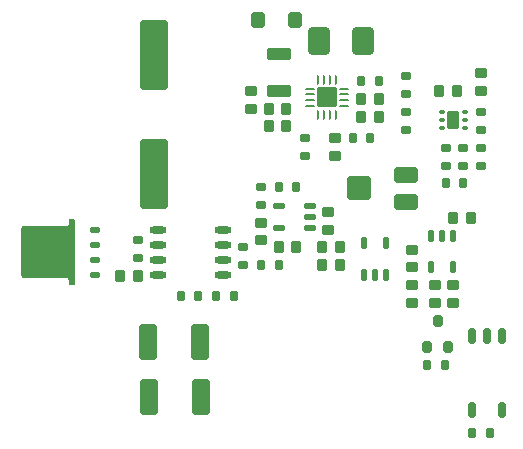
<source format=gtp>
G04*
G04 #@! TF.GenerationSoftware,Altium Limited,Altium Designer,25.6.2 (33)*
G04*
G04 Layer_Color=8421504*
%FSLAX44Y44*%
%MOMM*%
G71*
G04*
G04 #@! TF.SameCoordinates,321F6365-E8C5-40D8-95C8-D2BB24AFB59A*
G04*
G04*
G04 #@! TF.FilePolarity,Positive*
G04*
G01*
G75*
G04:AMPARAMS|DCode=14|XSize=0.85mm|YSize=0.65mm|CornerRadius=0.0813mm|HoleSize=0mm|Usage=FLASHONLY|Rotation=90.000|XOffset=0mm|YOffset=0mm|HoleType=Round|Shape=RoundedRectangle|*
%AMROUNDEDRECTD14*
21,1,0.8500,0.4875,0,0,90.0*
21,1,0.6875,0.6500,0,0,90.0*
1,1,0.1625,0.2438,0.3438*
1,1,0.1625,0.2438,-0.3438*
1,1,0.1625,-0.2438,-0.3438*
1,1,0.1625,-0.2438,0.3438*
%
%ADD14ROUNDEDRECTD14*%
G04:AMPARAMS|DCode=15|XSize=2mm|YSize=2mm|CornerRadius=0.25mm|HoleSize=0mm|Usage=FLASHONLY|Rotation=270.000|XOffset=0mm|YOffset=0mm|HoleType=Round|Shape=RoundedRectangle|*
%AMROUNDEDRECTD15*
21,1,2.0000,1.5000,0,0,270.0*
21,1,1.5000,2.0000,0,0,270.0*
1,1,0.5000,-0.7500,-0.7500*
1,1,0.5000,-0.7500,0.7500*
1,1,0.5000,0.7500,0.7500*
1,1,0.5000,0.7500,-0.7500*
%
%ADD15ROUNDEDRECTD15*%
G04:AMPARAMS|DCode=16|XSize=2mm|YSize=1.3mm|CornerRadius=0.1625mm|HoleSize=0mm|Usage=FLASHONLY|Rotation=180.000|XOffset=0mm|YOffset=0mm|HoleType=Round|Shape=RoundedRectangle|*
%AMROUNDEDRECTD16*
21,1,2.0000,0.9750,0,0,180.0*
21,1,1.6750,1.3000,0,0,180.0*
1,1,0.3250,-0.8375,0.4875*
1,1,0.3250,0.8375,0.4875*
1,1,0.3250,0.8375,-0.4875*
1,1,0.3250,-0.8375,-0.4875*
%
%ADD16ROUNDEDRECTD16*%
G04:AMPARAMS|DCode=17|XSize=0.95mm|YSize=0.9mm|CornerRadius=0.1125mm|HoleSize=0mm|Usage=FLASHONLY|Rotation=0.000|XOffset=0mm|YOffset=0mm|HoleType=Round|Shape=RoundedRectangle|*
%AMROUNDEDRECTD17*
21,1,0.9500,0.6750,0,0,0.0*
21,1,0.7250,0.9000,0,0,0.0*
1,1,0.2250,0.3625,-0.3375*
1,1,0.2250,-0.3625,-0.3375*
1,1,0.2250,-0.3625,0.3375*
1,1,0.2250,0.3625,0.3375*
%
%ADD17ROUNDEDRECTD17*%
G04:AMPARAMS|DCode=18|XSize=0.95mm|YSize=0.9mm|CornerRadius=0.1125mm|HoleSize=0mm|Usage=FLASHONLY|Rotation=90.000|XOffset=0mm|YOffset=0mm|HoleType=Round|Shape=RoundedRectangle|*
%AMROUNDEDRECTD18*
21,1,0.9500,0.6750,0,0,90.0*
21,1,0.7250,0.9000,0,0,90.0*
1,1,0.2250,0.3375,0.3625*
1,1,0.2250,0.3375,-0.3625*
1,1,0.2250,-0.3375,-0.3625*
1,1,0.2250,-0.3375,0.3625*
%
%ADD18ROUNDEDRECTD18*%
G04:AMPARAMS|DCode=19|XSize=1.6mm|YSize=0.96mm|CornerRadius=0.12mm|HoleSize=0mm|Usage=FLASHONLY|Rotation=90.000|XOffset=0mm|YOffset=0mm|HoleType=Round|Shape=RoundedRectangle|*
%AMROUNDEDRECTD19*
21,1,1.6000,0.7200,0,0,90.0*
21,1,1.3600,0.9600,0,0,90.0*
1,1,0.2400,0.3600,0.6800*
1,1,0.2400,0.3600,-0.6800*
1,1,0.2400,-0.3600,-0.6800*
1,1,0.2400,-0.3600,0.6800*
%
%ADD19ROUNDEDRECTD19*%
G04:AMPARAMS|DCode=20|XSize=0.3mm|YSize=0.45mm|CornerRadius=0.0375mm|HoleSize=0mm|Usage=FLASHONLY|Rotation=90.000|XOffset=0mm|YOffset=0mm|HoleType=Round|Shape=RoundedRectangle|*
%AMROUNDEDRECTD20*
21,1,0.3000,0.3750,0,0,90.0*
21,1,0.2250,0.4500,0,0,90.0*
1,1,0.0750,0.1875,0.1125*
1,1,0.0750,0.1875,-0.1125*
1,1,0.0750,-0.1875,-0.1125*
1,1,0.0750,-0.1875,0.1125*
%
%ADD20ROUNDEDRECTD20*%
G04:AMPARAMS|DCode=21|XSize=0.85mm|YSize=0.65mm|CornerRadius=0.0813mm|HoleSize=0mm|Usage=FLASHONLY|Rotation=0.000|XOffset=0mm|YOffset=0mm|HoleType=Round|Shape=RoundedRectangle|*
%AMROUNDEDRECTD21*
21,1,0.8500,0.4875,0,0,0.0*
21,1,0.6875,0.6500,0,0,0.0*
1,1,0.1625,0.3438,-0.2438*
1,1,0.1625,-0.3438,-0.2438*
1,1,0.1625,-0.3438,0.2438*
1,1,0.1625,0.3438,0.2438*
%
%ADD21ROUNDEDRECTD21*%
G04:AMPARAMS|DCode=22|XSize=0.25mm|YSize=0.8mm|CornerRadius=0.0625mm|HoleSize=0mm|Usage=FLASHONLY|Rotation=0.000|XOffset=0mm|YOffset=0mm|HoleType=Round|Shape=RoundedRectangle|*
%AMROUNDEDRECTD22*
21,1,0.2500,0.6750,0,0,0.0*
21,1,0.1250,0.8000,0,0,0.0*
1,1,0.1250,0.0625,-0.3375*
1,1,0.1250,-0.0625,-0.3375*
1,1,0.1250,-0.0625,0.3375*
1,1,0.1250,0.0625,0.3375*
%
%ADD22ROUNDEDRECTD22*%
G04:AMPARAMS|DCode=23|XSize=0.55mm|YSize=1mm|CornerRadius=0.1375mm|HoleSize=0mm|Usage=FLASHONLY|Rotation=0.000|XOffset=0mm|YOffset=0mm|HoleType=Round|Shape=RoundedRectangle|*
%AMROUNDEDRECTD23*
21,1,0.5500,0.7250,0,0,0.0*
21,1,0.2750,1.0000,0,0,0.0*
1,1,0.2750,0.1375,-0.3625*
1,1,0.2750,-0.1375,-0.3625*
1,1,0.2750,-0.1375,0.3625*
1,1,0.2750,0.1375,0.3625*
%
%ADD23ROUNDEDRECTD23*%
G04:AMPARAMS|DCode=24|XSize=0.65mm|YSize=1.3mm|CornerRadius=0.1625mm|HoleSize=0mm|Usage=FLASHONLY|Rotation=180.000|XOffset=0mm|YOffset=0mm|HoleType=Round|Shape=RoundedRectangle|*
%AMROUNDEDRECTD24*
21,1,0.6500,0.9750,0,0,180.0*
21,1,0.3250,1.3000,0,0,180.0*
1,1,0.3250,-0.1625,0.4875*
1,1,0.3250,0.1625,0.4875*
1,1,0.3250,0.1625,-0.4875*
1,1,0.3250,-0.1625,-0.4875*
%
%ADD24ROUNDEDRECTD24*%
G04:AMPARAMS|DCode=25|XSize=0.8mm|YSize=1mm|CornerRadius=0.2mm|HoleSize=0mm|Usage=FLASHONLY|Rotation=180.000|XOffset=0mm|YOffset=0mm|HoleType=Round|Shape=RoundedRectangle|*
%AMROUNDEDRECTD25*
21,1,0.8000,0.6000,0,0,180.0*
21,1,0.4000,1.0000,0,0,180.0*
1,1,0.4000,-0.2000,0.3000*
1,1,0.4000,0.2000,0.3000*
1,1,0.4000,0.2000,-0.3000*
1,1,0.4000,-0.2000,-0.3000*
%
%ADD25ROUNDEDRECTD25*%
G04:AMPARAMS|DCode=26|XSize=1.66mm|YSize=1.66mm|CornerRadius=0.1245mm|HoleSize=0mm|Usage=FLASHONLY|Rotation=0.000|XOffset=0mm|YOffset=0mm|HoleType=Round|Shape=RoundedRectangle|*
%AMROUNDEDRECTD26*
21,1,1.6600,1.4110,0,0,0.0*
21,1,1.4110,1.6600,0,0,0.0*
1,1,0.2490,0.7055,-0.7055*
1,1,0.2490,-0.7055,-0.7055*
1,1,0.2490,-0.7055,0.7055*
1,1,0.2490,0.7055,0.7055*
%
%ADD26ROUNDEDRECTD26*%
G04:AMPARAMS|DCode=27|XSize=0.25mm|YSize=0.8mm|CornerRadius=0.0625mm|HoleSize=0mm|Usage=FLASHONLY|Rotation=90.000|XOffset=0mm|YOffset=0mm|HoleType=Round|Shape=RoundedRectangle|*
%AMROUNDEDRECTD27*
21,1,0.2500,0.6750,0,0,90.0*
21,1,0.1250,0.8000,0,0,90.0*
1,1,0.1250,0.3375,0.0625*
1,1,0.1250,0.3375,-0.0625*
1,1,0.1250,-0.3375,-0.0625*
1,1,0.1250,-0.3375,0.0625*
%
%ADD27ROUNDEDRECTD27*%
G04:AMPARAMS|DCode=28|XSize=2mm|YSize=1mm|CornerRadius=0.125mm|HoleSize=0mm|Usage=FLASHONLY|Rotation=180.000|XOffset=0mm|YOffset=0mm|HoleType=Round|Shape=RoundedRectangle|*
%AMROUNDEDRECTD28*
21,1,2.0000,0.7500,0,0,180.0*
21,1,1.7500,1.0000,0,0,180.0*
1,1,0.2500,-0.8750,0.3750*
1,1,0.2500,0.8750,0.3750*
1,1,0.2500,0.8750,-0.3750*
1,1,0.2500,-0.8750,-0.3750*
%
%ADD28ROUNDEDRECTD28*%
G04:AMPARAMS|DCode=29|XSize=0.55mm|YSize=1mm|CornerRadius=0.1375mm|HoleSize=0mm|Usage=FLASHONLY|Rotation=270.000|XOffset=0mm|YOffset=0mm|HoleType=Round|Shape=RoundedRectangle|*
%AMROUNDEDRECTD29*
21,1,0.5500,0.7250,0,0,270.0*
21,1,0.2750,1.0000,0,0,270.0*
1,1,0.2750,-0.3625,-0.1375*
1,1,0.2750,-0.3625,0.1375*
1,1,0.2750,0.3625,0.1375*
1,1,0.2750,0.3625,-0.1375*
%
%ADD29ROUNDEDRECTD29*%
G04:AMPARAMS|DCode=30|XSize=2.3mm|YSize=6mm|CornerRadius=0.1725mm|HoleSize=0mm|Usage=FLASHONLY|Rotation=0.000|XOffset=0mm|YOffset=0mm|HoleType=Round|Shape=RoundedRectangle|*
%AMROUNDEDRECTD30*
21,1,2.3000,5.6550,0,0,0.0*
21,1,1.9550,6.0000,0,0,0.0*
1,1,0.3450,0.9775,-2.8275*
1,1,0.3450,-0.9775,-2.8275*
1,1,0.3450,-0.9775,2.8275*
1,1,0.3450,0.9775,2.8275*
%
%ADD30ROUNDEDRECTD30*%
G04:AMPARAMS|DCode=31|XSize=3mm|YSize=1.5mm|CornerRadius=0.1875mm|HoleSize=0mm|Usage=FLASHONLY|Rotation=270.000|XOffset=0mm|YOffset=0mm|HoleType=Round|Shape=RoundedRectangle|*
%AMROUNDEDRECTD31*
21,1,3.0000,1.1250,0,0,270.0*
21,1,2.6250,1.5000,0,0,270.0*
1,1,0.3750,-0.5625,-1.3125*
1,1,0.3750,-0.5625,1.3125*
1,1,0.3750,0.5625,1.3125*
1,1,0.3750,0.5625,-1.3125*
%
%ADD31ROUNDEDRECTD31*%
G04:AMPARAMS|DCode=32|XSize=2.3mm|YSize=1.8mm|CornerRadius=0.225mm|HoleSize=0mm|Usage=FLASHONLY|Rotation=270.000|XOffset=0mm|YOffset=0mm|HoleType=Round|Shape=RoundedRectangle|*
%AMROUNDEDRECTD32*
21,1,2.3000,1.3500,0,0,270.0*
21,1,1.8500,1.8000,0,0,270.0*
1,1,0.4500,-0.6750,-0.9250*
1,1,0.4500,-0.6750,0.9250*
1,1,0.4500,0.6750,0.9250*
1,1,0.4500,0.6750,-0.9250*
%
%ADD32ROUNDEDRECTD32*%
G04:AMPARAMS|DCode=33|XSize=1.3mm|YSize=1.2mm|CornerRadius=0.15mm|HoleSize=0mm|Usage=FLASHONLY|Rotation=90.000|XOffset=0mm|YOffset=0mm|HoleType=Round|Shape=RoundedRectangle|*
%AMROUNDEDRECTD33*
21,1,1.3000,0.9000,0,0,90.0*
21,1,1.0000,1.2000,0,0,90.0*
1,1,0.3000,0.4500,0.5000*
1,1,0.3000,0.4500,-0.5000*
1,1,0.3000,-0.4500,-0.5000*
1,1,0.3000,-0.4500,0.5000*
%
%ADD33ROUNDEDRECTD33*%
G04:AMPARAMS|DCode=34|XSize=0.5mm|YSize=0.85mm|CornerRadius=0.0625mm|HoleSize=0mm|Usage=FLASHONLY|Rotation=90.000|XOffset=0mm|YOffset=0mm|HoleType=Round|Shape=RoundedRectangle|*
%AMROUNDEDRECTD34*
21,1,0.5000,0.7250,0,0,90.0*
21,1,0.3750,0.8500,0,0,90.0*
1,1,0.1250,0.3625,0.1875*
1,1,0.1250,0.3625,-0.1875*
1,1,0.1250,-0.3625,-0.1875*
1,1,0.1250,-0.3625,0.1875*
%
%ADD34ROUNDEDRECTD34*%
G04:AMPARAMS|DCode=35|XSize=4.41mm|YSize=4.55mm|CornerRadius=0.2205mm|HoleSize=0mm|Usage=FLASHONLY|Rotation=90.000|XOffset=0mm|YOffset=0mm|HoleType=Round|Shape=RoundedRectangle|*
%AMROUNDEDRECTD35*
21,1,4.4100,4.1090,0,0,90.0*
21,1,3.9690,4.5500,0,0,90.0*
1,1,0.4410,2.0545,1.9845*
1,1,0.4410,2.0545,-1.9845*
1,1,0.4410,-2.0545,-1.9845*
1,1,0.4410,-2.0545,1.9845*
%
%ADD35ROUNDEDRECTD35*%
%ADD36O,1.4500X0.6000*%
G36*
X85187Y195352D02*
X87833Y195352D01*
X87834Y195351D01*
X88093D01*
X88571Y195153D01*
X88937Y194787D01*
X89135Y194309D01*
Y194050D01*
Y141549D01*
X89135Y141549D01*
X89135Y141191D01*
X88861Y140528D01*
X88354Y140022D01*
X87691Y139747D01*
X87333Y139748D01*
X85437D01*
X85079Y139747D01*
X84416Y140021D01*
X83909Y140529D01*
X83635Y141191D01*
X83635Y141550D01*
X83635Y144030D01*
X83635Y144030D01*
X83587Y144522D01*
X83210Y145430D01*
X82515Y146125D01*
X81607Y146502D01*
X81115Y146550D01*
X46385Y146550D01*
Y188550D01*
X81031Y188550D01*
X81031Y188550D01*
X81539Y188600D01*
X82478Y188989D01*
X83196Y189708D01*
X83585Y190646D01*
X83635Y191154D01*
X83635Y193800D01*
X83636Y193799D01*
X83635Y194108D01*
X83871Y194679D01*
X84308Y195116D01*
X84878Y195352D01*
X85187Y195352D01*
D02*
G37*
D14*
X402250Y72000D02*
D03*
X387250D02*
D03*
X346250Y312000D02*
D03*
X418000Y225750D02*
D03*
X276500Y222500D02*
D03*
X261500Y156500D02*
D03*
X223500Y130000D02*
D03*
X403000Y225750D02*
D03*
X208500Y130000D02*
D03*
X246500Y156500D02*
D03*
X193500Y130000D02*
D03*
X178500D02*
D03*
X331250Y312000D02*
D03*
X425550Y14750D02*
D03*
X440550D02*
D03*
X324250Y264000D02*
D03*
X339250D02*
D03*
X261500Y222500D02*
D03*
D15*
X329251Y221500D02*
D03*
D16*
X369250Y232999D02*
D03*
Y209999D02*
D03*
D17*
X433000Y318750D02*
D03*
X309250Y249000D02*
D03*
X408750Y124500D02*
D03*
X393750D02*
D03*
X374500Y169500D02*
D03*
Y124500D02*
D03*
X238000Y289000D02*
D03*
X303500Y201500D02*
D03*
X246500Y192500D02*
D03*
X303500Y186500D02*
D03*
X374500Y154500D02*
D03*
X408750Y139500D02*
D03*
X393750D02*
D03*
X374500D02*
D03*
X433000Y303750D02*
D03*
X238000Y304000D02*
D03*
X246500Y177500D02*
D03*
X309250Y264000D02*
D03*
D18*
X412500Y303750D02*
D03*
X346250Y282000D02*
D03*
Y297000D02*
D03*
X424500Y196500D02*
D03*
X253000Y289000D02*
D03*
X253000Y274000D02*
D03*
X276500Y171500D02*
D03*
X298500Y156500D02*
D03*
X127500Y147500D02*
D03*
X409500Y196500D02*
D03*
X268000Y274000D02*
D03*
X397500Y303750D02*
D03*
X313500Y171500D02*
D03*
X142500Y147500D02*
D03*
X268000Y289000D02*
D03*
X261500Y171500D02*
D03*
X313500Y156500D02*
D03*
X331250Y297000D02*
D03*
Y282000D02*
D03*
X298500Y171500D02*
D03*
D19*
X409500Y279320D02*
D03*
D20*
X419250Y272820D02*
D03*
X399750Y285820D02*
D03*
X419250Y279320D02*
D03*
Y285820D02*
D03*
X399750Y272820D02*
D03*
Y279320D02*
D03*
D21*
X418000Y255750D02*
D03*
X283500Y249000D02*
D03*
X418000Y240750D02*
D03*
X403000D02*
D03*
Y255750D02*
D03*
X433000Y240750D02*
D03*
Y255750D02*
D03*
Y270820D02*
D03*
Y285820D02*
D03*
X369250Y271250D02*
D03*
Y286250D02*
D03*
X231500Y156500D02*
D03*
Y171500D02*
D03*
X283500Y264000D02*
D03*
X246500Y222500D02*
D03*
Y207500D02*
D03*
X142500Y162500D02*
D03*
Y177500D02*
D03*
X369250Y316250D02*
D03*
Y301250D02*
D03*
D22*
X305250Y284000D02*
D03*
X295250Y313000D02*
D03*
X300250Y284000D02*
D03*
X295250D02*
D03*
X310250D02*
D03*
Y313000D02*
D03*
X305250D02*
D03*
X300250D02*
D03*
D23*
X400000Y181500D02*
D03*
X352750Y175000D02*
D03*
X390500Y154500D02*
D03*
Y181500D02*
D03*
X409500D02*
D03*
Y154500D02*
D03*
X343250Y148000D02*
D03*
X333750D02*
D03*
X352750D02*
D03*
X333750Y175000D02*
D03*
D24*
X450950Y96500D02*
D03*
X425550D02*
D03*
X450950Y33500D02*
D03*
X425550D02*
D03*
X438250Y96500D02*
D03*
D25*
X405250Y87250D02*
D03*
X387250D02*
D03*
X396250Y109250D02*
D03*
D26*
X302750Y298500D02*
D03*
D27*
X288250Y306000D02*
D03*
Y296000D02*
D03*
Y301000D02*
D03*
Y291000D02*
D03*
X317250D02*
D03*
Y296000D02*
D03*
Y301000D02*
D03*
Y306000D02*
D03*
D28*
X261500Y303500D02*
D03*
Y335500D02*
D03*
D29*
X288500Y197000D02*
D03*
Y206500D02*
D03*
Y187500D02*
D03*
X261500D02*
D03*
Y206500D02*
D03*
D30*
X156000Y233500D02*
D03*
Y334000D02*
D03*
D31*
X194750Y91750D02*
D03*
X195500Y44500D02*
D03*
X150750Y91750D02*
D03*
X151500Y44500D02*
D03*
D32*
X333000Y346000D02*
D03*
X296000D02*
D03*
D33*
X243750Y363750D02*
D03*
X275750D02*
D03*
D34*
X105865Y148500D02*
D03*
Y161200D02*
D03*
Y173900D02*
D03*
Y186600D02*
D03*
D35*
X66365Y167550D02*
D03*
D36*
X159750Y186600D02*
D03*
Y173900D02*
D03*
Y161200D02*
D03*
Y148500D02*
D03*
X214250Y186600D02*
D03*
Y173900D02*
D03*
Y161200D02*
D03*
Y148500D02*
D03*
M02*

</source>
